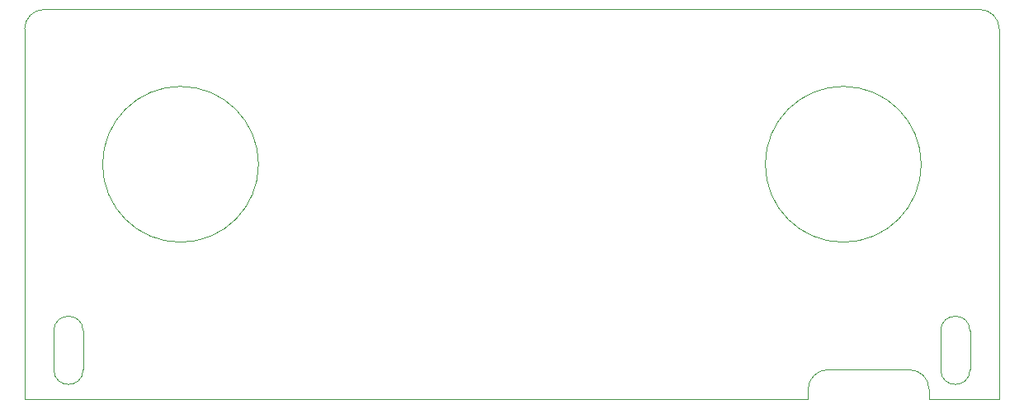
<source format=gbr>
%TF.GenerationSoftware,KiCad,Pcbnew,(5.1.5)-3*%
%TF.CreationDate,2020-05-31T21:19:38+02:00*%
%TF.ProjectId,speaker_grill,73706561-6b65-4725-9f67-72696c6c2e6b,rev?*%
%TF.SameCoordinates,PXbebc200PY5f5e100*%
%TF.FileFunction,Profile,NP*%
%FSLAX46Y46*%
G04 Gerber Fmt 4.6, Leading zero omitted, Abs format (unit mm)*
G04 Created by KiCad (PCBNEW (5.1.5)-3) date 2020-05-31 21:19:38*
%MOMM*%
%LPD*%
G04 APERTURE LIST*
%TA.AperFunction,Profile*%
%ADD10C,0.050000*%
%TD*%
%TA.AperFunction,Profile*%
%ADD11C,0.120000*%
%TD*%
G04 APERTURE END LIST*
D10*
X-8000000Y24100000D02*
G75*
G03X-8000000Y24100000I-8000000J0D01*
G01*
X-76000000Y24100000D02*
G75*
G03X-76000000Y24100000I-8000000J0D01*
G01*
D11*
X-3000000Y3000000D02*
X-3000000Y7000000D01*
X-3000000Y3000000D02*
G75*
G02X-6000000Y3000000I-1500000J0D01*
G01*
X-6000000Y7000000D02*
G75*
G02X-3000000Y7000000I1500000J0D01*
G01*
X-6000000Y3000000D02*
X-6000000Y7000000D01*
X-94000000Y3000000D02*
X-94000000Y7000000D01*
X-94000000Y3000000D02*
G75*
G02X-97000000Y3000000I-1500000J0D01*
G01*
X-97000000Y7000000D02*
G75*
G02X-94000000Y7000000I1500000J0D01*
G01*
X-97000000Y3000000D02*
X-97000000Y7000000D01*
D10*
X-17600000Y3000000D02*
X-9200000Y3000000D01*
X-9200000Y3000000D02*
G75*
G02X-7200000Y1000000I0J-2000000D01*
G01*
X-7200000Y0D02*
X-7200000Y1000000D01*
X-19600000Y1000000D02*
G75*
G02X-17600000Y3000000I2000000J0D01*
G01*
X-19600000Y0D02*
X-19600000Y1000000D01*
X-19600000Y0D02*
X-100000000Y0D01*
X0Y0D02*
X-7200000Y0D01*
X-2000000Y40000000D02*
G75*
G02X0Y38000000I0J-2000000D01*
G01*
X-100000000Y38000000D02*
G75*
G02X-98000000Y40000000I2000000J0D01*
G01*
X0Y38000000D02*
X0Y0D01*
X-98000000Y40000000D02*
X-2000000Y40000000D01*
X-100000000Y0D02*
X-100000000Y38000000D01*
M02*

</source>
